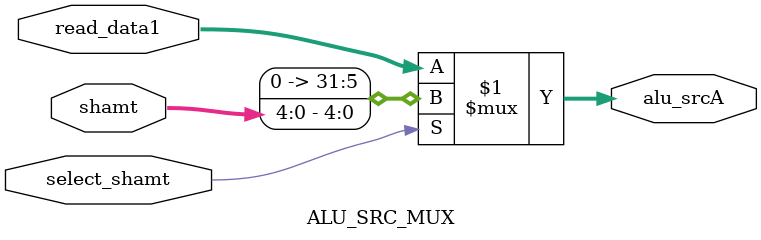
<source format=v>
module ALU_SRC_MUX (
    input [31:0] read_data1,
    input [4:0] shamt,
    input select_shamt,
    output [31:0] alu_srcA
);

    assign alu_srcA = (select_shamt) ? {27'b0, shamt} : read_data1; // Zero-extend shamt to 32 bits
endmodule

</source>
